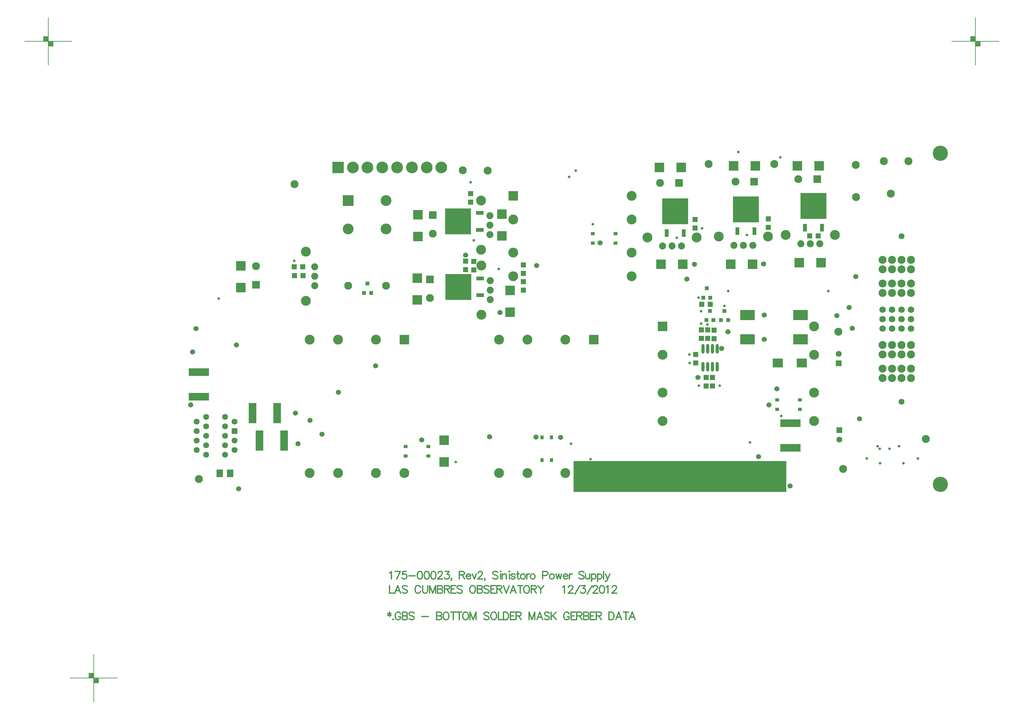
<source format=gbs>
%FSLAX23Y23*%
%MOIN*%
G70*
G01*
G75*
G04 Layer_Color=16711935*
%ADD10R,0.209X0.079*%
%ADD11R,0.050X0.050*%
%ADD12R,0.036X0.036*%
%ADD13R,0.059X0.039*%
%ADD14O,0.014X0.067*%
%ADD15O,0.024X0.079*%
%ADD16C,0.050*%
%ADD17C,0.010*%
%ADD18C,0.100*%
%ADD19C,0.025*%
%ADD20C,0.007*%
%ADD21C,0.012*%
%ADD22C,0.008*%
%ADD23C,0.012*%
%ADD24C,0.012*%
%ADD25C,0.020*%
%ADD26C,0.080*%
%ADD27R,0.059X0.059*%
%ADD28C,0.059*%
%ADD29C,0.065*%
%ADD30R,0.079X0.079*%
%ADD31C,0.079*%
%ADD32R,0.100X0.100*%
%ADD33C,0.100*%
%ADD34C,0.070*%
%ADD35R,0.100X0.100*%
%ADD36R,0.059X0.059*%
%ADD37R,0.079X0.079*%
%ADD38C,0.110*%
%ADD39R,0.110X0.110*%
%ADD40C,0.120*%
%ADD41R,0.120X0.120*%
%ADD42C,0.157*%
%ADD43C,0.024*%
%ADD44C,0.050*%
%ADD45C,0.020*%
%ADD46C,0.040*%
%ADD47C,0.005*%
%ADD48C,0.030*%
G04:AMPARAMS|DCode=49|XSize=112mil|YSize=112mil|CornerRadius=0mil|HoleSize=0mil|Usage=FLASHONLY|Rotation=0.000|XOffset=0mil|YOffset=0mil|HoleType=Round|Shape=Relief|Width=10mil|Gap=10mil|Entries=4|*
%AMTHD49*
7,0,0,0.112,0.092,0.010,45*
%
%ADD49THD49*%
%ADD50C,0.072*%
%ADD51C,0.055*%
G04:AMPARAMS|DCode=52|XSize=95.433mil|YSize=95.433mil|CornerRadius=0mil|HoleSize=0mil|Usage=FLASHONLY|Rotation=0.000|XOffset=0mil|YOffset=0mil|HoleType=Round|Shape=Relief|Width=10mil|Gap=10mil|Entries=4|*
%AMTHD52*
7,0,0,0.095,0.075,0.010,45*
%
%ADD52THD52*%
%ADD53C,0.170*%
%ADD54C,0.060*%
%ADD55C,0.067*%
G04:AMPARAMS|DCode=56|XSize=107.244mil|YSize=107.244mil|CornerRadius=0mil|HoleSize=0mil|Usage=FLASHONLY|Rotation=0.000|XOffset=0mil|YOffset=0mil|HoleType=Round|Shape=Relief|Width=10mil|Gap=10mil|Entries=4|*
%AMTHD56*
7,0,0,0.107,0.087,0.010,45*
%
%ADD56THD56*%
G04:AMPARAMS|DCode=57|XSize=120mil|YSize=120mil|CornerRadius=0mil|HoleSize=0mil|Usage=FLASHONLY|Rotation=0.000|XOffset=0mil|YOffset=0mil|HoleType=Round|Shape=Relief|Width=10mil|Gap=10mil|Entries=4|*
%AMTHD57*
7,0,0,0.120,0.100,0.010,45*
%
%ADD57THD57*%
G04:AMPARAMS|DCode=58|XSize=100mil|YSize=100mil|CornerRadius=0mil|HoleSize=0mil|Usage=FLASHONLY|Rotation=0.000|XOffset=0mil|YOffset=0mil|HoleType=Round|Shape=Relief|Width=10mil|Gap=10mil|Entries=4|*
%AMTHD58*
7,0,0,0.100,0.080,0.010,45*
%
%ADD58THD58*%
%ADD59C,0.059*%
%ADD60C,0.091*%
%ADD61C,0.090*%
%ADD62C,0.186*%
G04:AMPARAMS|DCode=63|XSize=88mil|YSize=88mil|CornerRadius=0mil|HoleSize=0mil|Usage=FLASHONLY|Rotation=0.000|XOffset=0mil|YOffset=0mil|HoleType=Round|Shape=Relief|Width=10mil|Gap=10mil|Entries=4|*
%AMTHD63*
7,0,0,0.088,0.068,0.010,45*
%
%ADD63THD63*%
%ADD64C,0.048*%
G04:AMPARAMS|DCode=65|XSize=70mil|YSize=70mil|CornerRadius=0mil|HoleSize=0mil|Usage=FLASHONLY|Rotation=0.000|XOffset=0mil|YOffset=0mil|HoleType=Round|Shape=Relief|Width=10mil|Gap=10mil|Entries=4|*
%AMTHD65*
7,0,0,0.070,0.050,0.010,45*
%
%ADD65THD65*%
%ADD66R,0.063X0.075*%
%ADD67R,0.079X0.209*%
%ADD68R,0.102X0.094*%
%ADD69R,0.268X0.272*%
%ADD70R,0.037X0.075*%
%ADD71R,0.150X0.106*%
%ADD72R,0.050X0.050*%
%ADD73R,0.036X0.032*%
%ADD74R,0.035X0.037*%
%ADD75R,0.035X0.037*%
%ADD76R,0.032X0.036*%
%ADD77R,0.272X0.268*%
%ADD78R,0.075X0.037*%
%ADD79O,0.028X0.098*%
%ADD80C,0.020*%
%ADD81C,0.010*%
%ADD82C,0.024*%
%ADD83C,0.010*%
%ADD84C,0.008*%
%ADD85C,0.030*%
%ADD86C,0.006*%
%ADD87C,0.007*%
%ADD88C,0.015*%
%ADD89R,0.043X0.008*%
%ADD90R,0.257X0.184*%
%ADD91R,0.213X0.083*%
%ADD92R,0.054X0.054*%
%ADD93R,0.040X0.040*%
%ADD94R,0.063X0.043*%
%ADD95O,0.018X0.071*%
%ADD96O,0.028X0.083*%
%ADD97C,0.084*%
%ADD98R,0.063X0.063*%
%ADD99C,0.063*%
%ADD100C,0.069*%
%ADD101R,0.083X0.083*%
%ADD102C,0.083*%
%ADD103R,0.104X0.104*%
%ADD104C,0.104*%
%ADD105C,0.074*%
%ADD106R,0.104X0.104*%
%ADD107R,0.063X0.063*%
%ADD108R,0.083X0.083*%
%ADD109C,0.114*%
%ADD110R,0.114X0.114*%
%ADD111C,0.124*%
%ADD112R,0.124X0.124*%
%ADD113C,0.161*%
%ADD114C,0.028*%
%ADD115C,0.054*%
%ADD116R,2.247X0.329*%
%ADD117R,0.067X0.079*%
%ADD118R,0.083X0.213*%
%ADD119R,0.106X0.098*%
%ADD120R,0.272X0.276*%
%ADD121R,0.041X0.079*%
%ADD122R,0.154X0.110*%
%ADD123R,0.054X0.054*%
%ADD124R,0.040X0.036*%
%ADD125R,0.039X0.041*%
%ADD126R,0.039X0.041*%
%ADD127R,0.036X0.040*%
%ADD128R,0.276X0.272*%
%ADD129R,0.079X0.041*%
%ADD130O,0.032X0.102*%
D21*
X19956Y14499D02*
Y14454D01*
X19937Y14488D02*
X19975Y14465D01*
Y14488D02*
X19937Y14465D01*
X19995Y14427D02*
X19991Y14423D01*
X19995Y14419D01*
X19999Y14423D01*
X19995Y14427D01*
X20074Y14480D02*
X20070Y14488D01*
X20062Y14496D01*
X20055Y14499D01*
X20039D01*
X20032Y14496D01*
X20024Y14488D01*
X20020Y14480D01*
X20017Y14469D01*
Y14450D01*
X20020Y14439D01*
X20024Y14431D01*
X20032Y14423D01*
X20039Y14419D01*
X20055D01*
X20062Y14423D01*
X20070Y14431D01*
X20074Y14439D01*
Y14450D01*
X20055D02*
X20074D01*
X20092Y14499D02*
Y14419D01*
Y14499D02*
X20126D01*
X20138Y14496D01*
X20142Y14492D01*
X20145Y14484D01*
Y14477D01*
X20142Y14469D01*
X20138Y14465D01*
X20126Y14461D01*
X20092D02*
X20126D01*
X20138Y14458D01*
X20142Y14454D01*
X20145Y14446D01*
Y14435D01*
X20142Y14427D01*
X20138Y14423D01*
X20126Y14419D01*
X20092D01*
X20217Y14488D02*
X20209Y14496D01*
X20198Y14499D01*
X20182D01*
X20171Y14496D01*
X20163Y14488D01*
Y14480D01*
X20167Y14473D01*
X20171Y14469D01*
X20178Y14465D01*
X20201Y14458D01*
X20209Y14454D01*
X20213Y14450D01*
X20217Y14442D01*
Y14431D01*
X20209Y14423D01*
X20198Y14419D01*
X20182D01*
X20171Y14423D01*
X20163Y14431D01*
X20297Y14454D02*
X20366D01*
X20452Y14499D02*
Y14419D01*
Y14499D02*
X20487D01*
X20498Y14496D01*
X20502Y14492D01*
X20506Y14484D01*
Y14477D01*
X20502Y14469D01*
X20498Y14465D01*
X20487Y14461D01*
X20452D02*
X20487D01*
X20498Y14458D01*
X20502Y14454D01*
X20506Y14446D01*
Y14435D01*
X20502Y14427D01*
X20498Y14423D01*
X20487Y14419D01*
X20452D01*
X20546Y14499D02*
X20539Y14496D01*
X20531Y14488D01*
X20527Y14480D01*
X20524Y14469D01*
Y14450D01*
X20527Y14439D01*
X20531Y14431D01*
X20539Y14423D01*
X20546Y14419D01*
X20562D01*
X20569Y14423D01*
X20577Y14431D01*
X20581Y14439D01*
X20585Y14450D01*
Y14469D01*
X20581Y14480D01*
X20577Y14488D01*
X20569Y14496D01*
X20562Y14499D01*
X20546D01*
X20630D02*
Y14419D01*
X20603Y14499D02*
X20656D01*
X20693D02*
Y14419D01*
X20666Y14499D02*
X20719D01*
X20752D02*
X20744Y14496D01*
X20736Y14488D01*
X20733Y14480D01*
X20729Y14469D01*
Y14450D01*
X20733Y14439D01*
X20736Y14431D01*
X20744Y14423D01*
X20752Y14419D01*
X20767D01*
X20775Y14423D01*
X20782Y14431D01*
X20786Y14439D01*
X20790Y14450D01*
Y14469D01*
X20786Y14480D01*
X20782Y14488D01*
X20775Y14496D01*
X20767Y14499D01*
X20752D01*
X20808D02*
Y14419D01*
Y14499D02*
X20839Y14419D01*
X20869Y14499D02*
X20839Y14419D01*
X20869Y14499D02*
Y14419D01*
X21008Y14488D02*
X21001Y14496D01*
X20989Y14499D01*
X20974D01*
X20963Y14496D01*
X20955Y14488D01*
Y14480D01*
X20959Y14473D01*
X20963Y14469D01*
X20970Y14465D01*
X20993Y14458D01*
X21001Y14454D01*
X21005Y14450D01*
X21008Y14442D01*
Y14431D01*
X21001Y14423D01*
X20989Y14419D01*
X20974D01*
X20963Y14423D01*
X20955Y14431D01*
X21049Y14499D02*
X21042Y14496D01*
X21034Y14488D01*
X21030Y14480D01*
X21026Y14469D01*
Y14450D01*
X21030Y14439D01*
X21034Y14431D01*
X21042Y14423D01*
X21049Y14419D01*
X21064D01*
X21072Y14423D01*
X21080Y14431D01*
X21083Y14439D01*
X21087Y14450D01*
Y14469D01*
X21083Y14480D01*
X21080Y14488D01*
X21072Y14496D01*
X21064Y14499D01*
X21049D01*
X21106D02*
Y14419D01*
X21152D01*
X21160Y14499D02*
Y14419D01*
Y14499D02*
X21187D01*
X21198Y14496D01*
X21206Y14488D01*
X21210Y14480D01*
X21214Y14469D01*
Y14450D01*
X21210Y14439D01*
X21206Y14431D01*
X21198Y14423D01*
X21187Y14419D01*
X21160D01*
X21281Y14499D02*
X21232D01*
Y14419D01*
X21281D01*
X21232Y14461D02*
X21262D01*
X21294Y14499D02*
Y14419D01*
Y14499D02*
X21329D01*
X21340Y14496D01*
X21344Y14492D01*
X21348Y14484D01*
Y14477D01*
X21344Y14469D01*
X21340Y14465D01*
X21329Y14461D01*
X21294D01*
X21321D02*
X21348Y14419D01*
X21429Y14499D02*
Y14419D01*
Y14499D02*
X21459Y14419D01*
X21489Y14499D02*
X21459Y14419D01*
X21489Y14499D02*
Y14419D01*
X21573D02*
X21543Y14499D01*
X21512Y14419D01*
X21524Y14446D02*
X21562D01*
X21645Y14488D02*
X21638Y14496D01*
X21626Y14499D01*
X21611D01*
X21600Y14496D01*
X21592Y14488D01*
Y14480D01*
X21596Y14473D01*
X21600Y14469D01*
X21607Y14465D01*
X21630Y14458D01*
X21638Y14454D01*
X21641Y14450D01*
X21645Y14442D01*
Y14431D01*
X21638Y14423D01*
X21626Y14419D01*
X21611D01*
X21600Y14423D01*
X21592Y14431D01*
X21663Y14499D02*
Y14419D01*
X21716Y14499D02*
X21663Y14446D01*
X21682Y14465D02*
X21716Y14419D01*
X21854Y14480D02*
X21851Y14488D01*
X21843Y14496D01*
X21835Y14499D01*
X21820D01*
X21812Y14496D01*
X21805Y14488D01*
X21801Y14480D01*
X21797Y14469D01*
Y14450D01*
X21801Y14439D01*
X21805Y14431D01*
X21812Y14423D01*
X21820Y14419D01*
X21835D01*
X21843Y14423D01*
X21851Y14431D01*
X21854Y14439D01*
Y14450D01*
X21835D02*
X21854D01*
X21922Y14499D02*
X21873D01*
Y14419D01*
X21922D01*
X21873Y14461D02*
X21903D01*
X21935Y14499D02*
Y14419D01*
Y14499D02*
X21970D01*
X21981Y14496D01*
X21985Y14492D01*
X21989Y14484D01*
Y14477D01*
X21985Y14469D01*
X21981Y14465D01*
X21970Y14461D01*
X21935D01*
X21962D02*
X21989Y14419D01*
X22007Y14499D02*
Y14419D01*
Y14499D02*
X22041D01*
X22052Y14496D01*
X22056Y14492D01*
X22060Y14484D01*
Y14477D01*
X22056Y14469D01*
X22052Y14465D01*
X22041Y14461D01*
X22007D02*
X22041D01*
X22052Y14458D01*
X22056Y14454D01*
X22060Y14446D01*
Y14435D01*
X22056Y14427D01*
X22052Y14423D01*
X22041Y14419D01*
X22007D01*
X22127Y14499D02*
X22078D01*
Y14419D01*
X22127D01*
X22078Y14461D02*
X22108D01*
X22141Y14499D02*
Y14419D01*
Y14499D02*
X22175D01*
X22186Y14496D01*
X22190Y14492D01*
X22194Y14484D01*
Y14477D01*
X22190Y14469D01*
X22186Y14465D01*
X22175Y14461D01*
X22141D01*
X22167D02*
X22194Y14419D01*
X22275Y14499D02*
Y14419D01*
Y14499D02*
X22301D01*
X22313Y14496D01*
X22321Y14488D01*
X22324Y14480D01*
X22328Y14469D01*
Y14450D01*
X22324Y14439D01*
X22321Y14431D01*
X22313Y14423D01*
X22301Y14419D01*
X22275D01*
X22407D02*
X22377Y14499D01*
X22346Y14419D01*
X22357Y14446D02*
X22396D01*
X22452Y14499D02*
Y14419D01*
X22426Y14499D02*
X22479D01*
X22549Y14419D02*
X22519Y14499D01*
X22488Y14419D01*
X22500Y14446D02*
X22538D01*
D22*
X25895Y20535D02*
X26395D01*
X26145Y20285D02*
Y20785D01*
X26095Y20535D02*
Y20585D01*
X26145D01*
X26195Y20485D02*
Y20535D01*
X26145Y20485D02*
X26195D01*
X26150Y20530D02*
X26190D01*
Y20490D02*
Y20530D01*
X26150Y20490D02*
X26190D01*
X26150D02*
Y20530D01*
X26155Y20525D02*
X26185D01*
Y20495D02*
Y20525D01*
X26155Y20495D02*
X26185D01*
X26155D02*
Y20520D01*
X26160D02*
X26180D01*
Y20500D02*
Y20520D01*
X26160Y20500D02*
X26180D01*
X26160D02*
Y20515D01*
X26165D02*
X26175D01*
Y20505D02*
Y20515D01*
X26165Y20505D02*
X26175D01*
X26165D02*
Y20515D01*
Y20510D02*
X26175D01*
X26100Y20580D02*
X26140D01*
Y20540D02*
Y20580D01*
X26100Y20540D02*
X26140D01*
X26100D02*
Y20580D01*
X26105Y20575D02*
X26135D01*
Y20545D02*
Y20575D01*
X26105Y20545D02*
X26135D01*
X26105D02*
Y20570D01*
X26110D02*
X26130D01*
Y20550D02*
Y20570D01*
X26110Y20550D02*
X26130D01*
X26110D02*
Y20565D01*
X26115D02*
X26125D01*
Y20555D02*
Y20565D01*
X26115Y20555D02*
X26125D01*
X26115D02*
Y20565D01*
Y20560D02*
X26125D01*
X16105Y20535D02*
X16605D01*
X16355Y20285D02*
Y20785D01*
X16305Y20535D02*
Y20585D01*
X16355D01*
X16405Y20485D02*
Y20535D01*
X16355Y20485D02*
X16405D01*
X16360Y20530D02*
X16400D01*
Y20490D02*
Y20530D01*
X16360Y20490D02*
X16400D01*
X16360D02*
Y20530D01*
X16365Y20525D02*
X16395D01*
Y20495D02*
Y20525D01*
X16365Y20495D02*
X16395D01*
X16365D02*
Y20520D01*
X16370D02*
X16390D01*
Y20500D02*
Y20520D01*
X16370Y20500D02*
X16390D01*
X16370D02*
Y20515D01*
X16375D02*
X16385D01*
Y20505D02*
Y20515D01*
X16375Y20505D02*
X16385D01*
X16375D02*
Y20515D01*
Y20510D02*
X16385D01*
X16310Y20580D02*
X16350D01*
Y20540D02*
Y20580D01*
X16310Y20540D02*
X16350D01*
X16310D02*
Y20580D01*
X16315Y20575D02*
X16345D01*
Y20545D02*
Y20575D01*
X16315Y20545D02*
X16345D01*
X16315D02*
Y20570D01*
X16320D02*
X16340D01*
Y20550D02*
Y20570D01*
X16320Y20550D02*
X16340D01*
X16320D02*
Y20565D01*
X16325D02*
X16335D01*
Y20555D02*
Y20565D01*
X16325Y20555D02*
X16335D01*
X16325D02*
Y20565D01*
Y20560D02*
X16335D01*
X16582Y13805D02*
X17082D01*
X16832Y13555D02*
Y14055D01*
X16782Y13805D02*
Y13855D01*
X16832D01*
X16882Y13755D02*
Y13805D01*
X16832Y13755D02*
X16882D01*
X16837Y13800D02*
X16877D01*
Y13760D02*
Y13800D01*
X16837Y13760D02*
X16877D01*
X16837D02*
Y13800D01*
X16842Y13795D02*
X16872D01*
Y13765D02*
Y13795D01*
X16842Y13765D02*
X16872D01*
X16842D02*
Y13790D01*
X16847D02*
X16867D01*
Y13770D02*
Y13790D01*
X16847Y13770D02*
X16867D01*
X16847D02*
Y13785D01*
X16852D02*
X16862D01*
Y13775D02*
Y13785D01*
X16852Y13775D02*
X16862D01*
X16852D02*
Y13785D01*
Y13780D02*
X16862D01*
X16787Y13850D02*
X16827D01*
Y13810D02*
Y13850D01*
X16787Y13810D02*
X16827D01*
X16787D02*
Y13850D01*
X16792Y13845D02*
X16822D01*
Y13815D02*
Y13845D01*
X16792Y13815D02*
X16822D01*
X16792D02*
Y13840D01*
X16797D02*
X16817D01*
Y13820D02*
Y13840D01*
X16797Y13820D02*
X16817D01*
X16797D02*
Y13835D01*
X16802D02*
X16812D01*
Y13825D02*
Y13835D01*
X16802Y13825D02*
X16812D01*
X16802D02*
Y13835D01*
Y13830D02*
X16812D01*
D23*
X19958Y14780D02*
Y14700D01*
X20004D01*
X20073D02*
X20043Y14780D01*
X20013Y14700D01*
X20024Y14727D02*
X20062D01*
X20145Y14769D02*
X20138Y14776D01*
X20126Y14780D01*
X20111D01*
X20100Y14776D01*
X20092Y14769D01*
Y14761D01*
X20096Y14753D01*
X20100Y14750D01*
X20107Y14746D01*
X20130Y14738D01*
X20138Y14734D01*
X20142Y14731D01*
X20145Y14723D01*
Y14711D01*
X20138Y14704D01*
X20126Y14700D01*
X20111D01*
X20100Y14704D01*
X20092Y14711D01*
X20283Y14761D02*
X20280Y14769D01*
X20272Y14776D01*
X20264Y14780D01*
X20249D01*
X20241Y14776D01*
X20234Y14769D01*
X20230Y14761D01*
X20226Y14750D01*
Y14731D01*
X20230Y14719D01*
X20234Y14711D01*
X20241Y14704D01*
X20249Y14700D01*
X20264D01*
X20272Y14704D01*
X20280Y14711D01*
X20283Y14719D01*
X20306Y14780D02*
Y14723D01*
X20310Y14711D01*
X20317Y14704D01*
X20329Y14700D01*
X20336D01*
X20348Y14704D01*
X20355Y14711D01*
X20359Y14723D01*
Y14780D01*
X20381D02*
Y14700D01*
Y14780D02*
X20412Y14700D01*
X20442Y14780D02*
X20412Y14700D01*
X20442Y14780D02*
Y14700D01*
X20465Y14780D02*
Y14700D01*
Y14780D02*
X20499D01*
X20511Y14776D01*
X20515Y14772D01*
X20518Y14765D01*
Y14757D01*
X20515Y14750D01*
X20511Y14746D01*
X20499Y14742D01*
X20465D02*
X20499D01*
X20511Y14738D01*
X20515Y14734D01*
X20518Y14727D01*
Y14715D01*
X20515Y14708D01*
X20511Y14704D01*
X20499Y14700D01*
X20465D01*
X20536Y14780D02*
Y14700D01*
Y14780D02*
X20570D01*
X20582Y14776D01*
X20586Y14772D01*
X20590Y14765D01*
Y14757D01*
X20586Y14750D01*
X20582Y14746D01*
X20570Y14742D01*
X20536D01*
X20563D02*
X20590Y14700D01*
X20657Y14780D02*
X20607D01*
Y14700D01*
X20657D01*
X20607Y14742D02*
X20638D01*
X20724Y14769D02*
X20716Y14776D01*
X20705Y14780D01*
X20689D01*
X20678Y14776D01*
X20670Y14769D01*
Y14761D01*
X20674Y14753D01*
X20678Y14750D01*
X20686Y14746D01*
X20708Y14738D01*
X20716Y14734D01*
X20720Y14731D01*
X20724Y14723D01*
Y14711D01*
X20716Y14704D01*
X20705Y14700D01*
X20689D01*
X20678Y14704D01*
X20670Y14711D01*
X20827Y14780D02*
X20820Y14776D01*
X20812Y14769D01*
X20808Y14761D01*
X20804Y14750D01*
Y14731D01*
X20808Y14719D01*
X20812Y14711D01*
X20820Y14704D01*
X20827Y14700D01*
X20842D01*
X20850Y14704D01*
X20858Y14711D01*
X20861Y14719D01*
X20865Y14731D01*
Y14750D01*
X20861Y14761D01*
X20858Y14769D01*
X20850Y14776D01*
X20842Y14780D01*
X20827D01*
X20884D02*
Y14700D01*
Y14780D02*
X20918D01*
X20930Y14776D01*
X20933Y14772D01*
X20937Y14765D01*
Y14757D01*
X20933Y14750D01*
X20930Y14746D01*
X20918Y14742D01*
X20884D02*
X20918D01*
X20930Y14738D01*
X20933Y14734D01*
X20937Y14727D01*
Y14715D01*
X20933Y14708D01*
X20930Y14704D01*
X20918Y14700D01*
X20884D01*
X21008Y14769D02*
X21001Y14776D01*
X20989Y14780D01*
X20974D01*
X20963Y14776D01*
X20955Y14769D01*
Y14761D01*
X20959Y14753D01*
X20963Y14750D01*
X20970Y14746D01*
X20993Y14738D01*
X21001Y14734D01*
X21005Y14731D01*
X21008Y14723D01*
Y14711D01*
X21001Y14704D01*
X20989Y14700D01*
X20974D01*
X20963Y14704D01*
X20955Y14711D01*
X21076Y14780D02*
X21026D01*
Y14700D01*
X21076D01*
X21026Y14742D02*
X21057D01*
X21089Y14780D02*
Y14700D01*
Y14780D02*
X21124D01*
X21135Y14776D01*
X21139Y14772D01*
X21143Y14765D01*
Y14757D01*
X21139Y14750D01*
X21135Y14746D01*
X21124Y14742D01*
X21089D01*
X21116D02*
X21143Y14700D01*
X21160Y14780D02*
X21191Y14700D01*
X21221Y14780D02*
X21191Y14700D01*
X21293D02*
X21262Y14780D01*
X21232Y14700D01*
X21243Y14727D02*
X21281D01*
X21338Y14780D02*
Y14700D01*
X21311Y14780D02*
X21365D01*
X21397D02*
X21389Y14776D01*
X21382Y14769D01*
X21378Y14761D01*
X21374Y14750D01*
Y14731D01*
X21378Y14719D01*
X21382Y14711D01*
X21389Y14704D01*
X21397Y14700D01*
X21412D01*
X21420Y14704D01*
X21427Y14711D01*
X21431Y14719D01*
X21435Y14731D01*
Y14750D01*
X21431Y14761D01*
X21427Y14769D01*
X21420Y14776D01*
X21412Y14780D01*
X21397D01*
X21454D02*
Y14700D01*
Y14780D02*
X21488D01*
X21499Y14776D01*
X21503Y14772D01*
X21507Y14765D01*
Y14757D01*
X21503Y14750D01*
X21499Y14746D01*
X21488Y14742D01*
X21454D01*
X21480D02*
X21507Y14700D01*
X21525Y14780D02*
X21555Y14742D01*
Y14700D01*
X21586Y14780D02*
X21555Y14742D01*
X21785Y14765D02*
X21792Y14769D01*
X21804Y14780D01*
Y14700D01*
X21847Y14761D02*
Y14765D01*
X21851Y14772D01*
X21855Y14776D01*
X21862Y14780D01*
X21878D01*
X21885Y14776D01*
X21889Y14772D01*
X21893Y14765D01*
Y14757D01*
X21889Y14750D01*
X21881Y14738D01*
X21843Y14700D01*
X21897D01*
X21915Y14689D02*
X21968Y14780D01*
X21981D02*
X22023D01*
X22000Y14750D01*
X22011D01*
X22019Y14746D01*
X22023Y14742D01*
X22027Y14731D01*
Y14723D01*
X22023Y14711D01*
X22015Y14704D01*
X22004Y14700D01*
X21992D01*
X21981Y14704D01*
X21977Y14708D01*
X21973Y14715D01*
X22044Y14689D02*
X22098Y14780D01*
X22107Y14761D02*
Y14765D01*
X22111Y14772D01*
X22115Y14776D01*
X22122Y14780D01*
X22137D01*
X22145Y14776D01*
X22149Y14772D01*
X22153Y14765D01*
Y14757D01*
X22149Y14750D01*
X22141Y14738D01*
X22103Y14700D01*
X22156D01*
X22197Y14780D02*
X22186Y14776D01*
X22178Y14765D01*
X22174Y14746D01*
Y14734D01*
X22178Y14715D01*
X22186Y14704D01*
X22197Y14700D01*
X22205D01*
X22216Y14704D01*
X22224Y14715D01*
X22228Y14734D01*
Y14746D01*
X22224Y14765D01*
X22216Y14776D01*
X22205Y14780D01*
X22197D01*
X22246Y14765D02*
X22253Y14769D01*
X22265Y14780D01*
Y14700D01*
X22308Y14761D02*
Y14765D01*
X22312Y14772D01*
X22316Y14776D01*
X22323Y14780D01*
X22338D01*
X22346Y14776D01*
X22350Y14772D01*
X22354Y14765D01*
Y14757D01*
X22350Y14750D01*
X22342Y14738D01*
X22304Y14700D01*
X22358D01*
D24*
X19958Y14915D02*
X19966Y14919D01*
X19977Y14930D01*
Y14850D01*
X20070Y14930D02*
X20032Y14850D01*
X20017Y14930D02*
X20070D01*
X20134D02*
X20096D01*
X20092Y14896D01*
X20096Y14900D01*
X20107Y14903D01*
X20118D01*
X20130Y14900D01*
X20137Y14892D01*
X20141Y14881D01*
Y14873D01*
X20137Y14861D01*
X20130Y14854D01*
X20118Y14850D01*
X20107D01*
X20096Y14854D01*
X20092Y14858D01*
X20088Y14865D01*
X20159Y14884D02*
X20228D01*
X20274Y14930D02*
X20263Y14926D01*
X20255Y14915D01*
X20251Y14896D01*
Y14884D01*
X20255Y14865D01*
X20263Y14854D01*
X20274Y14850D01*
X20282D01*
X20293Y14854D01*
X20301Y14865D01*
X20305Y14884D01*
Y14896D01*
X20301Y14915D01*
X20293Y14926D01*
X20282Y14930D01*
X20274D01*
X20345D02*
X20334Y14926D01*
X20326Y14915D01*
X20323Y14896D01*
Y14884D01*
X20326Y14865D01*
X20334Y14854D01*
X20345Y14850D01*
X20353D01*
X20364Y14854D01*
X20372Y14865D01*
X20376Y14884D01*
Y14896D01*
X20372Y14915D01*
X20364Y14926D01*
X20353Y14930D01*
X20345D01*
X20417D02*
X20405Y14926D01*
X20398Y14915D01*
X20394Y14896D01*
Y14884D01*
X20398Y14865D01*
X20405Y14854D01*
X20417Y14850D01*
X20424D01*
X20436Y14854D01*
X20443Y14865D01*
X20447Y14884D01*
Y14896D01*
X20443Y14915D01*
X20436Y14926D01*
X20424Y14930D01*
X20417D01*
X20469Y14911D02*
Y14915D01*
X20473Y14922D01*
X20476Y14926D01*
X20484Y14930D01*
X20499D01*
X20507Y14926D01*
X20511Y14922D01*
X20515Y14915D01*
Y14907D01*
X20511Y14900D01*
X20503Y14888D01*
X20465Y14850D01*
X20518D01*
X20544Y14930D02*
X20586D01*
X20563Y14900D01*
X20574D01*
X20582Y14896D01*
X20586Y14892D01*
X20590Y14881D01*
Y14873D01*
X20586Y14861D01*
X20578Y14854D01*
X20567Y14850D01*
X20555D01*
X20544Y14854D01*
X20540Y14858D01*
X20536Y14865D01*
X20615Y14854D02*
X20611Y14850D01*
X20607Y14854D01*
X20611Y14858D01*
X20615Y14854D01*
Y14846D01*
X20611Y14839D01*
X20607Y14835D01*
X20695Y14930D02*
Y14850D01*
Y14930D02*
X20730D01*
X20741Y14926D01*
X20745Y14922D01*
X20749Y14915D01*
Y14907D01*
X20745Y14900D01*
X20741Y14896D01*
X20730Y14892D01*
X20695D01*
X20722D02*
X20749Y14850D01*
X20767Y14881D02*
X20812D01*
Y14888D01*
X20809Y14896D01*
X20805Y14900D01*
X20797Y14903D01*
X20786D01*
X20778Y14900D01*
X20770Y14892D01*
X20767Y14881D01*
Y14873D01*
X20770Y14861D01*
X20778Y14854D01*
X20786Y14850D01*
X20797D01*
X20805Y14854D01*
X20812Y14861D01*
X20829Y14903D02*
X20852Y14850D01*
X20875Y14903D02*
X20852Y14850D01*
X20892Y14911D02*
Y14915D01*
X20896Y14922D01*
X20900Y14926D01*
X20907Y14930D01*
X20922D01*
X20930Y14926D01*
X20934Y14922D01*
X20938Y14915D01*
Y14907D01*
X20934Y14900D01*
X20926Y14888D01*
X20888Y14850D01*
X20941D01*
X20967Y14854D02*
X20963Y14850D01*
X20959Y14854D01*
X20963Y14858D01*
X20967Y14854D01*
Y14846D01*
X20963Y14839D01*
X20959Y14835D01*
X21101Y14919D02*
X21093Y14926D01*
X21082Y14930D01*
X21066D01*
X21055Y14926D01*
X21047Y14919D01*
Y14911D01*
X21051Y14903D01*
X21055Y14900D01*
X21063Y14896D01*
X21085Y14888D01*
X21093Y14884D01*
X21097Y14881D01*
X21101Y14873D01*
Y14861D01*
X21093Y14854D01*
X21082Y14850D01*
X21066D01*
X21055Y14854D01*
X21047Y14861D01*
X21126Y14930D02*
X21130Y14926D01*
X21134Y14930D01*
X21130Y14934D01*
X21126Y14930D01*
X21130Y14903D02*
Y14850D01*
X21148Y14903D02*
Y14850D01*
Y14888D02*
X21159Y14900D01*
X21167Y14903D01*
X21178D01*
X21186Y14900D01*
X21190Y14888D01*
Y14850D01*
X21218Y14930D02*
X21222Y14926D01*
X21226Y14930D01*
X21222Y14934D01*
X21218Y14930D01*
X21222Y14903D02*
Y14850D01*
X21282Y14892D02*
X21278Y14900D01*
X21267Y14903D01*
X21255D01*
X21244Y14900D01*
X21240Y14892D01*
X21244Y14884D01*
X21251Y14881D01*
X21271Y14877D01*
X21278Y14873D01*
X21282Y14865D01*
Y14861D01*
X21278Y14854D01*
X21267Y14850D01*
X21255D01*
X21244Y14854D01*
X21240Y14861D01*
X21310Y14930D02*
Y14865D01*
X21314Y14854D01*
X21322Y14850D01*
X21329D01*
X21299Y14903D02*
X21325D01*
X21360D02*
X21352Y14900D01*
X21344Y14892D01*
X21341Y14881D01*
Y14873D01*
X21344Y14861D01*
X21352Y14854D01*
X21360Y14850D01*
X21371D01*
X21379Y14854D01*
X21386Y14861D01*
X21390Y14873D01*
Y14881D01*
X21386Y14892D01*
X21379Y14900D01*
X21371Y14903D01*
X21360D01*
X21408D02*
Y14850D01*
Y14881D02*
X21411Y14892D01*
X21419Y14900D01*
X21427Y14903D01*
X21438D01*
X21464D02*
X21457Y14900D01*
X21449Y14892D01*
X21445Y14881D01*
Y14873D01*
X21449Y14861D01*
X21457Y14854D01*
X21464Y14850D01*
X21476D01*
X21483Y14854D01*
X21491Y14861D01*
X21495Y14873D01*
Y14881D01*
X21491Y14892D01*
X21483Y14900D01*
X21476Y14903D01*
X21464D01*
X21575Y14888D02*
X21610D01*
X21621Y14892D01*
X21625Y14896D01*
X21629Y14903D01*
Y14915D01*
X21625Y14922D01*
X21621Y14926D01*
X21610Y14930D01*
X21575D01*
Y14850D01*
X21665Y14903D02*
X21658Y14900D01*
X21650Y14892D01*
X21646Y14881D01*
Y14873D01*
X21650Y14861D01*
X21658Y14854D01*
X21665Y14850D01*
X21677D01*
X21685Y14854D01*
X21692Y14861D01*
X21696Y14873D01*
Y14881D01*
X21692Y14892D01*
X21685Y14900D01*
X21677Y14903D01*
X21665D01*
X21713D02*
X21729Y14850D01*
X21744Y14903D02*
X21729Y14850D01*
X21744Y14903D02*
X21759Y14850D01*
X21774Y14903D02*
X21759Y14850D01*
X21793Y14881D02*
X21839D01*
Y14888D01*
X21835Y14896D01*
X21831Y14900D01*
X21824Y14903D01*
X21812D01*
X21805Y14900D01*
X21797Y14892D01*
X21793Y14881D01*
Y14873D01*
X21797Y14861D01*
X21805Y14854D01*
X21812Y14850D01*
X21824D01*
X21831Y14854D01*
X21839Y14861D01*
X21856Y14903D02*
Y14850D01*
Y14881D02*
X21860Y14892D01*
X21867Y14900D01*
X21875Y14903D01*
X21886D01*
X22010Y14919D02*
X22002Y14926D01*
X21991Y14930D01*
X21976D01*
X21964Y14926D01*
X21956Y14919D01*
Y14911D01*
X21960Y14903D01*
X21964Y14900D01*
X21972Y14896D01*
X21995Y14888D01*
X22002Y14884D01*
X22006Y14881D01*
X22010Y14873D01*
Y14861D01*
X22002Y14854D01*
X21991Y14850D01*
X21976D01*
X21964Y14854D01*
X21956Y14861D01*
X22028Y14903D02*
Y14865D01*
X22032Y14854D01*
X22039Y14850D01*
X22051D01*
X22058Y14854D01*
X22070Y14865D01*
Y14903D02*
Y14850D01*
X22091Y14903D02*
Y14823D01*
Y14892D02*
X22098Y14900D01*
X22106Y14903D01*
X22117D01*
X22125Y14900D01*
X22132Y14892D01*
X22136Y14881D01*
Y14873D01*
X22132Y14861D01*
X22125Y14854D01*
X22117Y14850D01*
X22106D01*
X22098Y14854D01*
X22091Y14861D01*
X22153Y14903D02*
Y14823D01*
Y14892D02*
X22161Y14900D01*
X22169Y14903D01*
X22180D01*
X22188Y14900D01*
X22195Y14892D01*
X22199Y14881D01*
Y14873D01*
X22195Y14861D01*
X22188Y14854D01*
X22180Y14850D01*
X22169D01*
X22161Y14854D01*
X22153Y14861D01*
X22216Y14930D02*
Y14850D01*
X22237Y14903D02*
X22260Y14850D01*
X22283Y14903D02*
X22260Y14850D01*
X22252Y14835D01*
X22244Y14827D01*
X22237Y14823D01*
X22233D01*
D43*
X24512Y18871D02*
D03*
X24453D02*
D03*
X24393D02*
D03*
X24334D02*
D03*
X24354Y18812D02*
D03*
X24413D02*
D03*
X24472D02*
D03*
X24531D02*
D03*
X24512Y18753D02*
D03*
X24453D02*
D03*
X24393D02*
D03*
X24334D02*
D03*
X24354Y18694D02*
D03*
X24413D02*
D03*
X24472D02*
D03*
X24531D02*
D03*
X23052Y18817D02*
D03*
X22993Y18817D02*
D03*
X22934D02*
D03*
X22874D02*
D03*
X22894Y18758D02*
D03*
X22953Y18758D02*
D03*
X23012Y18758D02*
D03*
X23071Y18758D02*
D03*
X23052Y18699D02*
D03*
X22993D02*
D03*
X22934D02*
D03*
X22874D02*
D03*
X22894Y18640D02*
D03*
X22953Y18640D02*
D03*
X23012Y18640D02*
D03*
X23071Y18640D02*
D03*
X23800Y18837D02*
D03*
X23740Y18837D02*
D03*
X23681D02*
D03*
X23622D02*
D03*
X23642Y18778D02*
D03*
X23701Y18778D02*
D03*
X23760Y18778D02*
D03*
X23819Y18778D02*
D03*
X23800Y18719D02*
D03*
X23740D02*
D03*
X23681D02*
D03*
X23622D02*
D03*
X23642Y18660D02*
D03*
X23701Y18660D02*
D03*
X23760Y18660D02*
D03*
X23819Y18660D02*
D03*
X20602Y18709D02*
D03*
X20602Y18650D02*
D03*
Y18591D02*
D03*
Y18532D02*
D03*
X20661Y18552D02*
D03*
X20661Y18611D02*
D03*
X20661Y18670D02*
D03*
X20661Y18729D02*
D03*
X20720Y18709D02*
D03*
Y18650D02*
D03*
Y18591D02*
D03*
Y18532D02*
D03*
X20779Y18552D02*
D03*
X20779Y18611D02*
D03*
X20779Y18670D02*
D03*
X20779Y18729D02*
D03*
X20603Y18017D02*
D03*
X20603Y17958D02*
D03*
Y17899D02*
D03*
Y17840D02*
D03*
X20662Y17860D02*
D03*
X20662Y17919D02*
D03*
X20662Y17978D02*
D03*
X20662Y18037D02*
D03*
X20721Y18017D02*
D03*
Y17958D02*
D03*
Y17899D02*
D03*
Y17840D02*
D03*
X20780Y17860D02*
D03*
X20780Y17919D02*
D03*
X20780Y17978D02*
D03*
X20780Y18037D02*
D03*
D91*
X24191Y16497D02*
D03*
Y16237D02*
D03*
X17943Y17038D02*
D03*
Y16778D02*
D03*
D92*
X23367Y16891D02*
D03*
Y16981D02*
D03*
X23300D02*
D03*
Y16891D02*
D03*
X23316Y17392D02*
D03*
Y17482D02*
D03*
X23191Y17225D02*
D03*
Y17135D02*
D03*
X23185Y18561D02*
D03*
Y18651D02*
D03*
X23956Y18568D02*
D03*
Y18658D02*
D03*
X20813Y18833D02*
D03*
Y18923D02*
D03*
X23383Y17481D02*
D03*
Y17391D02*
D03*
X23250Y17392D02*
D03*
Y17482D02*
D03*
X20759Y18119D02*
D03*
Y18209D02*
D03*
X21369Y17992D02*
D03*
Y17902D02*
D03*
X20847Y18208D02*
D03*
Y18118D02*
D03*
X21370Y18170D02*
D03*
Y18080D02*
D03*
D97*
X25437Y19268D02*
D03*
X25176Y19266D02*
D03*
X25462Y18223D02*
D03*
X25362D02*
D03*
X25262D02*
D03*
X25162D02*
D03*
Y18123D02*
D03*
X25262D02*
D03*
X25362D02*
D03*
X25462D02*
D03*
X25162Y17973D02*
D03*
X25262D02*
D03*
X25362D02*
D03*
X25462D02*
D03*
X25162Y17873D02*
D03*
X25262D02*
D03*
X25362D02*
D03*
X25462D02*
D03*
Y16973D02*
D03*
X25362D02*
D03*
X25262D02*
D03*
X25162D02*
D03*
X25462Y17073D02*
D03*
X25362D02*
D03*
X25262D02*
D03*
X25162D02*
D03*
X25462Y17223D02*
D03*
X25362D02*
D03*
X25262D02*
D03*
X25162D02*
D03*
Y17323D02*
D03*
X25262D02*
D03*
X25362D02*
D03*
X25462D02*
D03*
X25619Y16331D02*
D03*
X24696Y17463D02*
D03*
X24883Y18886D02*
D03*
X24747Y16012D02*
D03*
X23326Y19236D02*
D03*
X24019Y19237D02*
D03*
X24879Y19227D02*
D03*
X20730Y19171D02*
D03*
X20993Y19167D02*
D03*
X25250Y18922D02*
D03*
X17945Y15906D02*
D03*
X18953Y19023D02*
D03*
D98*
X24701Y17130D02*
D03*
X24707Y16424D02*
D03*
D99*
X24701Y17230D02*
D03*
X25362Y16723D02*
D03*
Y18473D02*
D03*
X24707Y16324D02*
D03*
X18321Y16514D02*
D03*
X18221Y16564D02*
D03*
X18021D02*
D03*
X17921Y16514D02*
D03*
Y16414D02*
D03*
Y16314D02*
D03*
Y16214D02*
D03*
X18021Y16164D02*
D03*
X18221D02*
D03*
X18321Y16214D02*
D03*
Y16314D02*
D03*
X18221Y16364D02*
D03*
Y16464D02*
D03*
X18021D02*
D03*
Y16364D02*
D03*
Y16264D02*
D03*
X18221D02*
D03*
D100*
X25462Y17498D02*
D03*
X25362D02*
D03*
X25262D02*
D03*
X25162D02*
D03*
X25462Y17598D02*
D03*
X25362D02*
D03*
X25262D02*
D03*
X25162D02*
D03*
X25462Y17698D02*
D03*
X25362D02*
D03*
X25262D02*
D03*
X25162D02*
D03*
D101*
X23012Y19038D02*
D03*
X23808Y19051D02*
D03*
X24472Y19077D02*
D03*
D102*
X22815Y19038D02*
D03*
X23611Y19051D02*
D03*
X24275Y19077D02*
D03*
X20415Y18499D02*
D03*
X20385Y17819D02*
D03*
X18546Y18157D02*
D03*
X19921Y17950D02*
D03*
X19521D02*
D03*
D103*
X22807Y19201D02*
D03*
X23037D02*
D03*
X23054Y18176D02*
D03*
X22824D02*
D03*
X23589Y19218D02*
D03*
X23819D02*
D03*
X23791Y18176D02*
D03*
X23561D02*
D03*
X24265Y19218D02*
D03*
X24495D02*
D03*
X24284Y18193D02*
D03*
X24514D02*
D03*
X22839Y17521D02*
D03*
X21265Y18900D02*
D03*
D104*
X22839Y17221D02*
D03*
Y16821D02*
D03*
Y16521D02*
D03*
X24439D02*
D03*
Y16821D02*
D03*
Y17221D02*
D03*
Y17521D02*
D03*
X22679Y18460D02*
D03*
X23199D02*
D03*
X23435Y18469D02*
D03*
X23955D02*
D03*
X24139Y18486D02*
D03*
X24659D02*
D03*
X22515Y18900D02*
D03*
Y18650D02*
D03*
Y18300D02*
D03*
Y18050D02*
D03*
X21265D02*
D03*
Y18300D02*
D03*
Y18650D02*
D03*
X21814Y17380D02*
D03*
X21414D02*
D03*
X21114D02*
D03*
Y15970D02*
D03*
X21414D02*
D03*
X21814D02*
D03*
X22114D02*
D03*
X19815Y17380D02*
D03*
X19415D02*
D03*
X19115D02*
D03*
Y15970D02*
D03*
X19415D02*
D03*
X19815D02*
D03*
X20115D02*
D03*
X20925Y18330D02*
D03*
Y18850D02*
D03*
X20927Y17643D02*
D03*
Y18163D02*
D03*
X19075Y17790D02*
D03*
Y18310D02*
D03*
D105*
X23039Y18369D02*
D03*
X22939D02*
D03*
X22839D02*
D03*
X23795Y18378D02*
D03*
X23695D02*
D03*
X23595D02*
D03*
X24499Y18395D02*
D03*
X24399D02*
D03*
X24299D02*
D03*
X21016Y18690D02*
D03*
Y18590D02*
D03*
Y18490D02*
D03*
X21019Y18003D02*
D03*
Y17903D02*
D03*
Y17803D02*
D03*
X19166Y18150D02*
D03*
Y18050D02*
D03*
Y17950D02*
D03*
D106*
X20256Y18471D02*
D03*
Y18701D02*
D03*
X21142Y18478D02*
D03*
Y18708D02*
D03*
X20249Y17799D02*
D03*
Y18029D02*
D03*
X21229Y17671D02*
D03*
Y17901D02*
D03*
X20532Y16088D02*
D03*
Y16318D02*
D03*
X18386Y18160D02*
D03*
Y17930D02*
D03*
X22114Y17380D02*
D03*
X20115D02*
D03*
D107*
X18321Y16414D02*
D03*
D108*
X20415Y18696D02*
D03*
X20385Y18016D02*
D03*
X18546Y17960D02*
D03*
D109*
X19921Y18550D02*
D03*
X19521D02*
D03*
X19921Y18850D02*
D03*
D110*
X19521D02*
D03*
D111*
X20505Y19201D02*
D03*
X20349D02*
D03*
X19569D02*
D03*
X19725D02*
D03*
X19881D02*
D03*
X20037D02*
D03*
X20193D02*
D03*
D112*
X19413D02*
D03*
D113*
X25775Y19349D02*
D03*
X25772Y15849D02*
D03*
D114*
X22104Y18599D02*
D03*
X24095Y16574D02*
D03*
X23764Y16292D02*
D03*
X21873Y16281D02*
D03*
X21853Y19101D02*
D03*
X22081Y16118D02*
D03*
X21923Y19167D02*
D03*
X20815Y19042D02*
D03*
X24082Y19308D02*
D03*
X21110Y18126D02*
D03*
X24590Y17892D02*
D03*
X23533D02*
D03*
X20847Y18430D02*
D03*
X22991Y18456D02*
D03*
X23256Y18558D02*
D03*
X23729Y18486D02*
D03*
X23219Y17823D02*
D03*
X23247Y17549D02*
D03*
X23312Y17539D02*
D03*
X23247Y17679D02*
D03*
X23494Y17736D02*
D03*
X23444Y16892D02*
D03*
X23124Y17225D02*
D03*
X23128Y17135D02*
D03*
X23223Y16892D02*
D03*
X18950Y18213D02*
D03*
X20657Y16088D02*
D03*
X25109Y16254D02*
D03*
X25134Y16227D02*
D03*
X25236Y16228D02*
D03*
X25384Y16074D02*
D03*
X25138Y16075D02*
D03*
X25537Y16122D02*
D03*
X24998Y16124D02*
D03*
X25338Y16254D02*
D03*
X23639Y19363D02*
D03*
X18154Y17813D02*
D03*
D115*
X23096Y18021D02*
D03*
X24881Y18047D02*
D03*
X24919Y16543D02*
D03*
X18365Y15805D02*
D03*
X18965Y16603D02*
D03*
X18990Y16280D02*
D03*
X23215Y16981D02*
D03*
X17915Y17498D02*
D03*
X18340Y17323D02*
D03*
X17858Y16691D02*
D03*
X17877Y17250D02*
D03*
X24680Y17632D02*
D03*
X24186Y15832D02*
D03*
X23852Y16145D02*
D03*
X23465Y17287D02*
D03*
X23176Y18177D02*
D03*
X23906Y18180D02*
D03*
X21123Y17666D02*
D03*
X21511Y18164D02*
D03*
X20761Y18274D02*
D03*
X24047Y16861D02*
D03*
X23962Y16690D02*
D03*
X22179Y18404D02*
D03*
X21015Y16353D02*
D03*
X21502Y16350D02*
D03*
X21763Y16347D02*
D03*
X20296Y16320D02*
D03*
X19242Y16379D02*
D03*
X19116Y16527D02*
D03*
X19416Y16822D02*
D03*
X19811Y17105D02*
D03*
X23915Y17641D02*
D03*
Y17385D02*
D03*
X23531Y17464D02*
D03*
X24843Y17499D02*
D03*
X24810Y17721D02*
D03*
D116*
X23024Y15935D02*
D03*
D117*
X18162Y15968D02*
D03*
X18272D02*
D03*
D118*
X18770Y16605D02*
D03*
X18510D02*
D03*
X18845Y16314D02*
D03*
X18585D02*
D03*
D119*
X24310Y17135D02*
D03*
X24058D02*
D03*
D120*
X24433Y18792D02*
D03*
X22973Y18738D02*
D03*
X23721Y18758D02*
D03*
D121*
X24343Y18562D02*
D03*
X24523D02*
D03*
X22883Y18508D02*
D03*
X23063D02*
D03*
X23631Y18528D02*
D03*
X23811D02*
D03*
D122*
X23737Y17385D02*
D03*
Y17641D02*
D03*
X24297D02*
D03*
Y17385D02*
D03*
D123*
X24392Y18476D02*
D03*
X24482D02*
D03*
X23343Y17755D02*
D03*
X23253D02*
D03*
X19042Y18056D02*
D03*
X18952D02*
D03*
X18950Y18150D02*
D03*
X19040D02*
D03*
D124*
X20366Y16151D02*
D03*
Y16251D02*
D03*
X20126D02*
D03*
X20126Y16151D02*
D03*
X22104Y18501D02*
D03*
Y18401D02*
D03*
X22344D02*
D03*
X22344Y18501D02*
D03*
X24049Y16742D02*
D03*
Y16642D02*
D03*
X24289D02*
D03*
X24289Y16742D02*
D03*
D125*
X19762Y17875D02*
D03*
X19724Y17973D02*
D03*
X23343Y17824D02*
D03*
X23306Y17923D02*
D03*
X23378Y17586D02*
D03*
X23340Y17684D02*
D03*
X23533Y17586D02*
D03*
X23495Y17684D02*
D03*
D126*
X19687Y17875D02*
D03*
X23269Y17824D02*
D03*
X23303Y17586D02*
D03*
X23458D02*
D03*
D127*
X21666Y16347D02*
D03*
X21566D02*
D03*
Y16107D02*
D03*
X21666Y16107D02*
D03*
D128*
X20681Y18631D02*
D03*
X20682Y17938D02*
D03*
D129*
X20911Y18541D02*
D03*
Y18720D02*
D03*
X20912Y17849D02*
D03*
Y18028D02*
D03*
D130*
X23416Y17092D02*
D03*
X23366D02*
D03*
X23316D02*
D03*
X23266D02*
D03*
X23416Y17285D02*
D03*
X23366D02*
D03*
X23316D02*
D03*
X23266D02*
D03*
M02*

</source>
